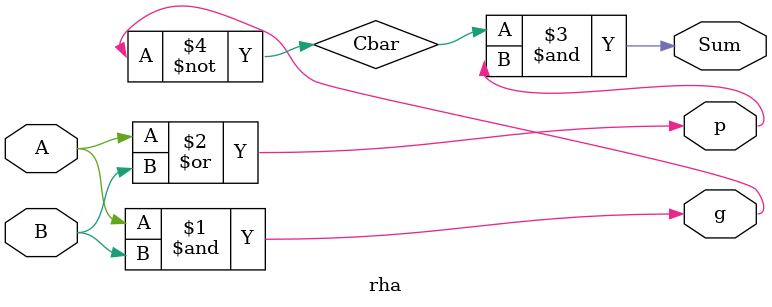
<source format=v>
module rha (g, p, Sum, A, B);

   input  A, B;

   output g, p, Sum;
   
   and a1 (g, A, B);
   not i1 (Cbar, g);
   or  o1 (p, A, B);
   and a2 (Sum, Cbar, p);

endmodule // rha


</source>
